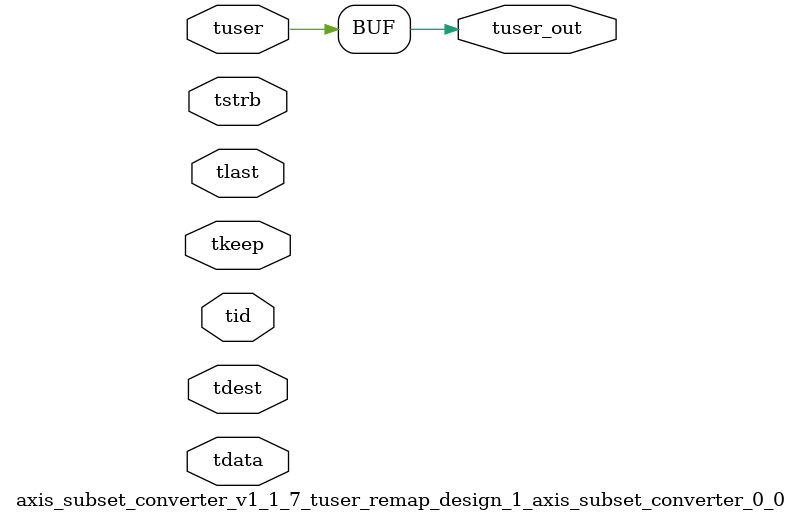
<source format=v>


`timescale 1ps/1ps

module axis_subset_converter_v1_1_7_tuser_remap_design_1_axis_subset_converter_0_0 #
(
parameter C_S_AXIS_TUSER_WIDTH = 1,
parameter C_S_AXIS_TDATA_WIDTH = 32,
parameter C_S_AXIS_TID_WIDTH   = 0,
parameter C_S_AXIS_TDEST_WIDTH = 0,
parameter C_M_AXIS_TUSER_WIDTH = 1
)
(
input  [(C_S_AXIS_TUSER_WIDTH == 0 ? 1 : C_S_AXIS_TUSER_WIDTH)-1:0     ] tuser,
input  [(C_S_AXIS_TDATA_WIDTH == 0 ? 1 : C_S_AXIS_TDATA_WIDTH)-1:0     ] tdata,
input  [(C_S_AXIS_TID_WIDTH   == 0 ? 1 : C_S_AXIS_TID_WIDTH)-1:0       ] tid,
input  [(C_S_AXIS_TDEST_WIDTH == 0 ? 1 : C_S_AXIS_TDEST_WIDTH)-1:0     ] tdest,
input  [(C_S_AXIS_TDATA_WIDTH/8)-1:0 ] tkeep,
input  [(C_S_AXIS_TDATA_WIDTH/8)-1:0 ] tstrb,
input                                                                    tlast,
output [C_M_AXIS_TUSER_WIDTH-1:0] tuser_out
);

assign tuser_out = {tuser[0:0]};

endmodule


</source>
